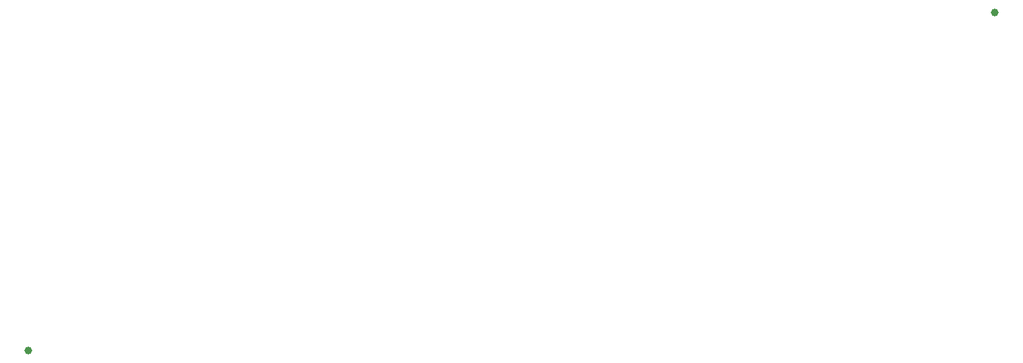
<source format=gtp>
G04*
G04 #@! TF.GenerationSoftware,Altium Limited,Altium Designer,19.0.15 (446)*
G04*
G04 Layer_Color=8421504*
%FSAX25Y25*%
%MOIN*%
G70*
G01*
G75*
%ADD10C,0.03937*%
D10*
X0769685Y0342520D02*
D03*
X1259842Y0513976D02*
D03*
M02*

</source>
